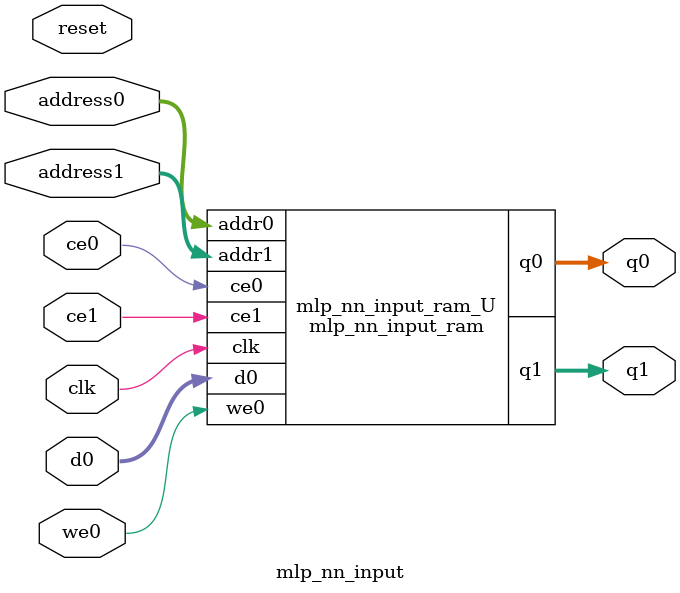
<source format=v>
`timescale 1 ns / 1 ps
module mlp_nn_input_ram (addr0, ce0, d0, we0, q0, addr1, ce1, q1,  clk);

parameter DWIDTH = 32;
parameter AWIDTH = 3;
parameter MEM_SIZE = 6;

input[AWIDTH-1:0] addr0;
input ce0;
input[DWIDTH-1:0] d0;
input we0;
output reg[DWIDTH-1:0] q0;
input[AWIDTH-1:0] addr1;
input ce1;
output reg[DWIDTH-1:0] q1;
input clk;

reg [DWIDTH-1:0] ram[0:MEM_SIZE-1];




always @(posedge clk)  
begin 
    if (ce0) begin
        if (we0) 
            ram[addr0] <= d0; 
        q0 <= ram[addr0];
    end
end


always @(posedge clk)  
begin 
    if (ce1) begin
        q1 <= ram[addr1];
    end
end


endmodule

`timescale 1 ns / 1 ps
module mlp_nn_input(
    reset,
    clk,
    address0,
    ce0,
    we0,
    d0,
    q0,
    address1,
    ce1,
    q1);

parameter DataWidth = 32'd32;
parameter AddressRange = 32'd6;
parameter AddressWidth = 32'd3;
input reset;
input clk;
input[AddressWidth - 1:0] address0;
input ce0;
input we0;
input[DataWidth - 1:0] d0;
output[DataWidth - 1:0] q0;
input[AddressWidth - 1:0] address1;
input ce1;
output[DataWidth - 1:0] q1;



mlp_nn_input_ram mlp_nn_input_ram_U(
    .clk( clk ),
    .addr0( address0 ),
    .ce0( ce0 ),
    .we0( we0 ),
    .d0( d0 ),
    .q0( q0 ),
    .addr1( address1 ),
    .ce1( ce1 ),
    .q1( q1 ));

endmodule


</source>
